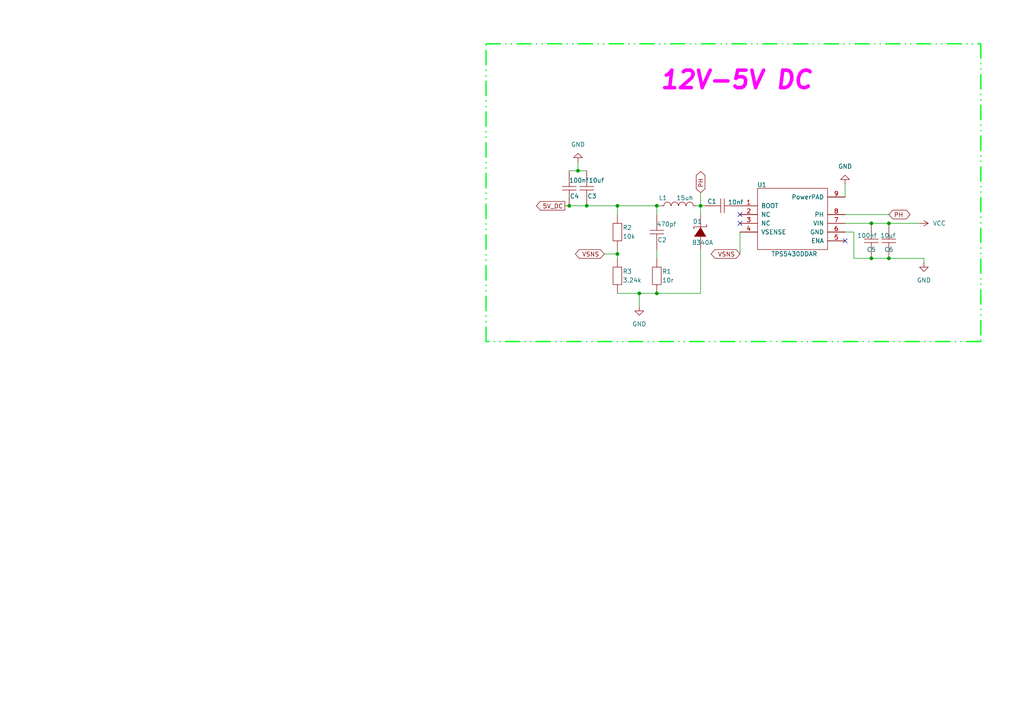
<source format=kicad_sch>
(kicad_sch (version 20250114) (generator "eeschema") (generator_version "9.0")
  (paper "A4")
  (title_block (title "12-5V") (date "2025-01-24") (rev "Dennis_Re_Yoonjiho"))
  (lib_symbols
    (symbol "Ts_Foc_Vo符号库:B340A" (pin_numbers (hide yes)) (pin_names (offset 1.016) (hide yes))
      (property "Reference" "D" (at -3.81 1.016 0))
      (property "Value" "B340A" (at 1.778 2.794 0))
      (symbol "B340A_1_1"
        (polyline (pts (xy -2.032 1.524) (xy -2.032 1.778) (xy -1.524 1.778) (xy -1.524 -2.032) (xy -1.016 -2.032) (xy -1.016 -1.778)) (stroke (width 0.1524)))
        (polyline (pts (xy 1.27 1.524) (xy -1.27 0) (xy 1.27 -1.778) (xy 1.27 1.524)) (stroke (width 0.1524)) (fill (type outline)))
        (pin input line (at -5.08 0 0) (length 3.81) (name "K") (number "1"))
        (pin input line (at 5.08 0 180) (length 3.81) (name "A") (number "2"))
      )
    )
    (symbol "Ts_Foc_Vo符号库:CAP" (pin_numbers (hide yes)) (pin_names (offset 1.016) (hide yes))
      (property "Reference" "C" (at -2.286 1.524 0))
      (property "Value" "Value" (at 3.81 1.524 0))
      (symbol "CAP_1_1"
        (polyline (pts (xy -0.508 0) (xy -2.54 0)) (stroke (width 0.1524)))
        (polyline (pts (xy -0.508 -2.032) (xy -0.508 2.032)) (stroke (width 0.1524)))
        (polyline (pts (xy 0.508 2.032) (xy 0.508 -2.032)) (stroke (width 0.1524)))
        (polyline (pts (xy 2.54 0) (xy 0.508 0)) (stroke (width 0.1524)))
        (pin input line (at -5.08 0 0) (length 2.54) (name "1") (number "1"))
        (pin input line (at 5.08 0 180) (length 2.54) (name "2") (number "2"))
      )
    )
    (symbol "Ts_Foc_Vo符号库:IND" (pin_numbers (hide yes)) (pin_names (offset 1.016) (hide yes))
      (property "Reference" "L" (at -5.08 2.032 0))
      (property "Value" "IND" (at 2.286 2.54 0))
      (symbol "IND_1_1"
        (polyline (pts (xy -4.2926 0) (xy -4.2926 0.2032) (xy -4.2672 0.381) (xy -4.191 0.5588) (xy -4.064 0.7366) (xy -3.937 0.8636) (xy -3.7592 0.9652) (xy -3.5814 1.0414) (xy -3.3782 1.0922) (xy -3.175 1.0922) (xy -2.9972 1.0414) (xy -2.794 0.9652) (xy -2.6416 0.8636) (xy -2.4892 0.7112) (xy -2.3876 0.5588) (xy -2.3114 0.381) (xy -2.286 0.1778) (xy -2.286 0)) (stroke (width 0.1524)))
        (polyline (pts (xy -2.1336 0) (xy -2.1336 0.2032) (xy -2.1082 0.381) (xy -2.032 0.5588) (xy -1.905 0.7366) (xy -1.778 0.8636) (xy -1.6002 0.9652) (xy -1.4224 1.0414) (xy -1.2192 1.0922) (xy -1.0414 1.0922) (xy -0.8382 1.0414) (xy -0.6604 0.9652) (xy -0.4826 0.8636) (xy -0.3556 0.7112) (xy -0.2286 0.5588) (xy -0.1524 0.381) (xy -0.127 0.1778) (xy -0.127 0)) (stroke (width 0.1524)))
        (polyline (pts (xy 0 0) (xy 0 0.2032) (xy 0.0508 0.381) (xy 0.127 0.5588) (xy 0.2286 0.7366) (xy 0.381 0.8636) (xy 0.5334 0.9652) (xy 0.7366 1.0414) (xy 0.9144 1.0922) (xy 1.1176 1.0922) (xy 1.3208 1.0414) (xy 1.4986 0.9652) (xy 1.6764 0.8636) (xy 1.8034 0.7112) (xy 1.905 0.5588) (xy 1.9812 0.381) (xy 2.032 0.1778) (xy 2.032 0)) (stroke (width 0.1524)))
        (polyline (pts (xy 2.1844 0) (xy 2.2098 0.2032) (xy 2.2352 0.381) (xy 2.3114 0.5588) (xy 2.4384 0.7366) (xy 2.5654 0.8636) (xy 2.7432 0.9652) (xy 2.921 1.0414) (xy 3.1242 1.0922) (xy 3.302 1.0922) (xy 3.5052 1.0414) (xy 3.683 0.9652) (xy 3.8608 0.8636) (xy 3.9878 0.7112) (xy 4.1148 0.5588) (xy 4.191 0.381) (xy 4.2164 0.1778) (xy 4.2164 0)) (stroke (width 0.1524)))
        (pin input line (at -5.08 0 0) (length 0.762) (name "1") (number "1"))
        (pin input line (at 5.08 0 180) (length 0.762) (name "2") (number "2"))
      )
    )
    (symbol "Ts_Foc_Vo符号库:RES" (pin_numbers (hide yes)) (pin_names (offset 1.016) (hide yes))
      (property "Reference" "R" (at -2.286 2.032 0))
      (property "Value" "Value" (at 2.286 2.032 0))
      (symbol "RES_1_1"
        (rectangle (start -2.54 1.27) (end 2.54 -1.27) (stroke (width 0.1524)))
        (pin input line (at -5.08 0 0) (length 2.54) (name "1") (number "1"))
        (pin input line (at 5.08 0 180) (length 2.54) (name "2") (number "2"))
      )
    )
    (symbol "Ts_Foc_Vo符号库:TPS5430DDAR" (pin_names (offset 1.016))
      (property "Reference" "U" (at -9.398 10.16 0))
      (property "Value" "TPS5430DDAR" (at 0.508 -10.414 0))
      (symbol "TPS5430DDAR_1_1"
        (rectangle (start -10.16 8.89) (end 10.16 -8.89) (stroke (width 0.1524)))
        (pin input line (at -15.24 3.81 0) (length 5.08) (name "BOOT") (number "1"))
        (pin input line (at -15.24 1.27 0) (length 5.08) (name "NC") (number "2"))
        (pin input line (at -15.24 -1.27 0) (length 5.08) (name "NC") (number "3"))
        (pin input line (at -15.24 -3.81 0) (length 5.08) (name "VSENSE") (number "4"))
        (pin input line (at 15.24 6.35 180) (length 5.08) (name "PowerPAD") (number "9"))
        (pin input line (at 15.24 1.27 180) (length 5.08) (name "PH") (number "8"))
        (pin input line (at 15.24 -1.27 180) (length 5.08) (name "VIN") (number "7"))
        (pin input line (at 15.24 -3.81 180) (length 5.08) (name "GND") (number "6"))
        (pin input line (at 15.24 -6.35 180) (length 5.08) (name "ENA") (number "5"))
      )
    )
    (symbol "power:GND" (power) (pin_numbers (hide yes)) (pin_names (offset 0) (hide yes))
      (property "Value" "GND" (at 0 -3.81 0))
      (symbol "GND_0_1"
        (polyline (pts (xy 0 0) (xy 0 -1.27) (xy 1.27 -1.27) (xy 0 -2.54) (xy -1.27 -1.27) (xy 0 -1.27)))
      )
      (symbol "GND_1_1"
        (pin power_in line (at 0 0 270) (length 0) (name "~") (number "1"))
      )
    )
    (symbol "power:VCC" (power) (pin_numbers (hide yes)) (pin_names (offset 0) (hide yes))
      (property "Value" "VCC" (at 0 3.556 0))
      (symbol "VCC_0_1"
        (polyline (pts (xy -0.762 1.27) (xy 0 2.54)))
        (polyline (pts (xy 0 2.54) (xy 0.762 1.27)))
        (polyline (pts (xy 0 0) (xy 0 2.54)))
      )
      (symbol "VCC_1_1"
        (pin power_in line (at 0 0 90) (length 0) (name "~") (number "1"))
      )
    )
  )
  (text "12V-5V DC\n" (exclude_from_sim yes) (at 213.614 23.368 0) (effects (font (size 5.08 5.08) (thickness 1.016) (bold yes) (italic yes))))
  (junction (at 170.18 59.69))
  (junction (at 190.5 59.69))
  (junction (at 252.73 64.77))
  (junction (at 165.1 59.69))
  (junction (at 185.42 85.09))
  (junction (at 252.73 74.93))
  (junction (at 257.81 64.77))
  (junction (at 167.64 49.53))
  (junction (at 179.07 73.66))
  (junction (at 179.07 59.69))
  (junction (at 257.81 74.93))
  (junction (at 203.2 59.69))
  (junction (at 190.5 85.09))
  (no_connect (at 214.63 64.77))
  (no_connect (at 214.63 62.23))
  (no_connect (at 245.11 69.85))
  (wire (pts (xy 214.63 67.31) (xy 214.63 73.66)))
  (wire (pts (xy 247.65 67.31) (xy 247.65 74.93)))
  (wire (pts (xy 190.5 62.23) (xy 190.5 59.69)))
  (wire (pts (xy 179.07 59.69) (xy 190.5 59.69)))
  (wire (pts (xy 165.1 49.53) (xy 167.64 49.53)))
  (wire (pts (xy 185.42 88.9) (xy 185.42 85.09)))
  (wire (pts (xy 190.5 74.93) (xy 190.5 72.39)))
  (wire (pts (xy 179.07 73.66) (xy 179.07 72.39)))
  (bus (pts (xy 140.97 12.7) (xy 284.48 12.7)) (stroke (width 0.381) (type dash_dot_dot) (color 0 255 30 1)))
  (bus (pts (xy 284.48 99.06) (xy 140.97 99.06)) (stroke (width 0.381) (type dash_dot_dot) (color 0 255 30 1)))
  (wire (pts (xy 203.2 62.23) (xy 203.2 59.69)))
  (wire (pts (xy 257.81 74.93) (xy 267.97 74.93)))
  (wire (pts (xy 245.11 62.23) (xy 257.81 62.23)))
  (wire (pts (xy 247.65 74.93) (xy 252.73 74.93)))
  (wire (pts (xy 201.93 59.69) (xy 203.2 59.69)))
  (wire (pts (xy 252.73 74.93) (xy 257.81 74.93)))
  (wire (pts (xy 203.2 85.09) (xy 190.5 85.09)))
  (wire (pts (xy 267.97 76.2) (xy 267.97 74.93)))
  (wire (pts (xy 245.11 64.77) (xy 252.73 64.77)))
  (wire (pts (xy 203.2 59.69) (xy 204.47 59.69)))
  (wire (pts (xy 257.81 64.77) (xy 266.7 64.77)))
  (wire (pts (xy 190.5 59.69) (xy 191.77 59.69)))
  (wire (pts (xy 179.07 85.09) (xy 185.42 85.09)))
  (wire (pts (xy 165.1 59.69) (xy 170.18 59.69)))
  (wire (pts (xy 245.11 53.34) (xy 245.11 57.15)))
  (wire (pts (xy 185.42 85.09) (xy 190.5 85.09)))
  (wire (pts (xy 252.73 64.77) (xy 257.81 64.77)))
  (wire (pts (xy 167.64 46.99) (xy 167.64 49.53)))
  (bus (pts (xy 284.48 12.7) (xy 284.48 99.06)) (stroke (width 0.381) (type dash_dot_dot) (color 0 255 30 1)))
  (wire (pts (xy 179.07 74.93) (xy 179.07 73.66)))
  (wire (pts (xy 203.2 72.39) (xy 203.2 85.09)))
  (wire (pts (xy 203.2 55.88) (xy 203.2 59.69)))
  (wire (pts (xy 167.64 49.53) (xy 170.18 49.53)))
  (wire (pts (xy 245.11 67.31) (xy 247.65 67.31)))
  (wire (pts (xy 179.07 62.23) (xy 179.07 59.69)))
  (wire (pts (xy 163.83 59.69) (xy 165.1 59.69)))
  (wire (pts (xy 175.26 73.66) (xy 179.07 73.66)))
  (wire (pts (xy 170.18 59.69) (xy 179.07 59.69)))
  (bus (pts (xy 140.97 99.06) (xy 140.97 12.7)) (stroke (width 0.381) (type dash_dot_dot) (color 0 255 30 1)))
  (global_label "PH" (shape bidirectional) (at 203.2 55.88 90) (property "Intersheetrefs" "${INTERSHEET_REFS}" (effects (hide yes))))
  (global_label "VSNS" (shape bidirectional) (at 175.26 73.66 180) (property "Intersheetrefs" "${INTERSHEET_REFS}" (effects (hide yes))))
  (global_label "PH" (shape bidirectional) (at 257.81 62.23 0) (property "Intersheetrefs" "${INTERSHEET_REFS}" (effects (hide yes))))
  (global_label "5V_DC" (shape output) (at 163.83 59.69 180) (property "Intersheetrefs" "${INTERSHEET_REFS}" (effects (hide yes))))
  (global_label "VSNS" (shape bidirectional) (at 214.63 73.66 180) (property "Intersheetrefs" "${INTERSHEET_REFS}" (effects (hide yes))))
  (symbol (lib_id "Ts_Foc_Vo符号库:RES") (at 179.07 67.31 90) (unit 1)
    (property "Reference" "R2" (at 180.594 66.04 90) (effects (justify right)))
    (property "Value" "10k" (at 180.594 68.58 90) (effects (justify right)))
    (property "Footprint" "Ts_Foc_Vo封装库:Res_0402" (effects (hide yes)))
    (property "SuppliersPartNumber" "C5200633" (effects (hide yes)))
    (property "uuid" "std:0c78b8f437b74d4badbc2695159e48f2" (effects (hide yes)))
  )
  (symbol (lib_id "power:VCC") (at 266.7 64.77 270) (unit 1)
    (property "Reference" "#PWR02" (effects (hide yes)))
    (property "Value" "VCC" (at 270.51 64.7699 90) (effects (justify left)))
    (property "Description" "Power symbol creates a global label with name \"VCC\"" (effects (hide yes)))
  )
  (symbol (lib_id "power:GND") (at 167.64 46.99 180) (unit 1)
    (property "Reference" "#PWR05" (effects (hide yes)))
    (property "Value" "GND" (at 167.64 41.91 0))
    (property "Description" "Power symbol creates a global label with name \"GND\" , ground" (effects (hide yes)))
  )
  (symbol (lib_id "Ts_Foc_Vo符号库:CAP") (at 257.81 69.85 90) (unit 1)
    (property "Reference" "C6" (at 257.81 72.39 90))
    (property "Value" "10uf" (at 257.556 68.326 90))
    (property "Footprint" "Ts_Foc_Vo封装库:CAP_0402" (effects (hide yes)))
    (property "Datasheet" "http://www.szlcsc.com/product/details_602003.html" (effects (hide yes)))
    (property "SuppliersPartNumber" "C575438" (effects (hide yes)))
    (property "uuid" "std:0b682b3549a44c2f91624e74dc370f45" (effects (hide yes)))
  )
  (symbol (lib_id "power:GND") (at 267.97 76.2 0) (unit 1)
    (property "Reference" "#PWR03" (effects (hide yes)))
    (property "Value" "GND" (at 267.97 81.28 0))
    (property "Description" "Power symbol creates a global label with name \"GND\" , ground" (effects (hide yes)))
  )
  (symbol (lib_id "Ts_Foc_Vo符号库:IND") (at 196.85 59.69 0) (unit 1)
    (property "Reference" "L1" (at 192.278 57.404 0))
    (property "Value" "15uh" (at 198.628 57.404 0))
    (property "Footprint" "Ts_Foc_Vo封装库:IND-SMD" (effects (hide yes)))
    (property "Datasheet" "http://www.szlcsc.com/product/details_188635.html" (effects (hide yes)))
    (property "SuppliersPartNumber" "C177243" (effects (hide yes)))
    (property "uuid" "std:8060a19c00054c83b6ca7c54964c3539" (effects (hide yes)))
  )
  (symbol (lib_id "Ts_Foc_Vo符号库:CAP") (at 190.5 67.31 90) (unit 1)
    (property "Reference" "C2" (at 192.024 69.596 90))
    (property "Value" "470pf" (at 193.294 65.024 90))
    (property "Footprint" "Ts_Foc_Vo封装库:CAP_0402" (effects (hide yes)))
    (property "Datasheet" "http://www.szlcsc.com/product/details_602003.html" (effects (hide yes)))
    (property "SuppliersPartNumber" "C575438" (effects (hide yes)))
    (property "uuid" "std:0b682b3549a44c2f91624e74dc370f45" (effects (hide yes)))
  )
  (symbol (lib_id "power:GND") (at 185.42 88.9 0) (unit 1)
    (property "Reference" "#PWR04" (effects (hide yes)))
    (property "Value" "GND" (at 185.42 93.98 0))
    (property "Description" "Power symbol creates a global label with name \"GND\" , ground" (effects (hide yes)))
  )
  (symbol (lib_id "Ts_Foc_Vo符号库:CAP") (at 209.55 59.69 0) (unit 1)
    (property "Reference" "C1" (at 206.502 58.42 0))
    (property "Value" "10nf" (at 213.36 58.674 0))
    (property "Footprint" "Ts_Foc_Vo封装库:CAP_0402" (effects (hide yes)))
    (property "Datasheet" "http://www.szlcsc.com/product/details_602003.html" (effects (hide yes)))
    (property "SuppliersPartNumber" "C575438" (effects (hide yes)))
    (property "uuid" "std:0b682b3549a44c2f91624e74dc370f45" (effects (hide yes)))
  )
  (symbol (lib_id "Ts_Foc_Vo符号库:CAP") (at 252.73 69.85 90) (unit 1)
    (property "Reference" "C5" (at 252.73 72.39 90))
    (property "Value" "100nf" (at 251.46 68.326 90))
    (property "Footprint" "Ts_Foc_Vo封装库:CAP_0402" (effects (hide yes)))
    (property "Datasheet" "http://www.szlcsc.com/product/details_602003.html" (effects (hide yes)))
    (property "SuppliersPartNumber" "C575438" (effects (hide yes)))
    (property "uuid" "std:0b682b3549a44c2f91624e74dc370f45" (effects (hide yes)))
  )
  (symbol (lib_id "Ts_Foc_Vo符号库:CAP") (at 170.18 54.61 90) (unit 1)
    (property "Reference" "C3" (at 171.704 56.896 90))
    (property "Value" "10uf" (at 172.974 52.324 90))
    (property "Footprint" "Ts_Foc_Vo封装库:CAP_0402" (effects (hide yes)))
    (property "Datasheet" "http://www.szlcsc.com/product/details_602003.html" (effects (hide yes)))
    (property "SuppliersPartNumber" "C575438" (effects (hide yes)))
    (property "uuid" "std:0b682b3549a44c2f91624e74dc370f45" (effects (hide yes)))
  )
  (symbol (lib_id "Ts_Foc_Vo符号库:RES") (at 179.07 80.01 90) (unit 1)
    (property "Reference" "R3" (at 180.594 78.74 90) (effects (justify right)))
    (property "Value" "3.24k" (at 180.594 81.28 90) (effects (justify right)))
    (property "Footprint" "Ts_Foc_Vo封装库:Res_0402" (effects (hide yes)))
    (property "SuppliersPartNumber" "C5200633" (effects (hide yes)))
    (property "uuid" "std:0c78b8f437b74d4badbc2695159e48f2" (effects (hide yes)))
  )
  (symbol (lib_id "power:GND") (at 245.11 53.34 180) (unit 1)
    (property "Reference" "#PWR01" (effects (hide yes)))
    (property "Value" "GND" (at 245.11 48.26 0))
    (property "Description" "Power symbol creates a global label with name \"GND\" , ground" (effects (hide yes)))
  )
  (symbol (lib_id "Ts_Foc_Vo符号库:CAP") (at 165.1 54.61 90) (unit 1)
    (property "Reference" "C4" (at 166.624 56.896 90))
    (property "Value" "100nf" (at 167.894 52.324 90))
    (property "Footprint" "Ts_Foc_Vo封装库:CAP_0402" (effects (hide yes)))
    (property "Datasheet" "http://www.szlcsc.com/product/details_602003.html" (effects (hide yes)))
    (property "SuppliersPartNumber" "C575438" (effects (hide yes)))
    (property "uuid" "std:0b682b3549a44c2f91624e74dc370f45" (effects (hide yes)))
  )
  (symbol (lib_id "Ts_Foc_Vo符号库:TPS5430DDAR") (at 229.87 63.5 0) (unit 1)
    (property "Reference" "U1" (at 220.98 53.594 0))
    (property "Value" "TPS5430DDAR" (at 230.378 73.66 0))
    (property "Footprint" "Ts_Foc_Vo封装库:TPS5430DDAR_ESOP-8" (effects (hide yes)))
    (property "Datasheet" "http://www.szlcsc.com/product/details_10396.html" (effects (hide yes)))
    (property "SuppliersPartNumber" "C9864" (effects (hide yes)))
    (property "uuid" "std:4d7e2d88149a44739d5fcfa6b3cef78e" (effects (hide yes)))
  )
  (symbol (lib_id "Ts_Foc_Vo符号库:RES") (at 190.5 80.01 90) (unit 1)
    (property "Reference" "R1" (at 192.024 78.74 90) (effects (justify right)))
    (property "Value" "10r" (at 192.024 81.28 90) (effects (justify right)))
    (property "Footprint" "Ts_Foc_Vo封装库:Res_0402" (effects (hide yes)))
    (property "SuppliersPartNumber" "C5200633" (effects (hide yes)))
    (property "uuid" "std:0c78b8f437b74d4badbc2695159e48f2" (effects (hide yes)))
  )
  (symbol (lib_id "Ts_Foc_Vo符号库:B340A") (at 203.2 67.31 270) (unit 1)
    (property "Reference" "D1" (at 200.914 64.262 90) (effects (justify left)))
    (property "Value" "B340A" (at 200.66 70.358 90) (effects (justify left)))
    (property "Footprint" "Ts_Foc_Vo封装库:B340A_SMA" (effects (hide yes)))
    (property "Datasheet" "http://www.szlcsc.com/product/details_66052.html" (effects (hide yes)))
    (property "SuppliersPartNumber" "C64982" (effects (hide yes)))
    (property "uuid" "std:6b1fc1f1f28367f75c2b62d76f3fa5b8" (effects (hide yes)))
  )
)
</source>
